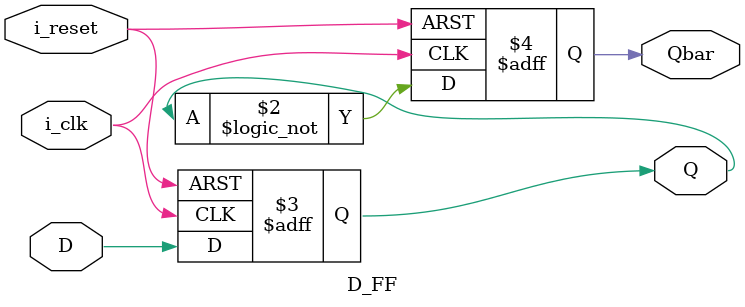
<source format=v>
`timescale 1ns / 1ps

module D_FF(
    input i_clk,
    input i_reset,
    input D,
    output reg Q,
    output reg Qbar
    );

    always @(posedge i_clk, posedge i_reset) begin  //8Hz
        if (i_reset) begin
            Q <= 0;
            Qbar <=0;
        end else begin
            Q <=D;
            Qbar <= !Q;
        end
    end

endmodule

</source>
